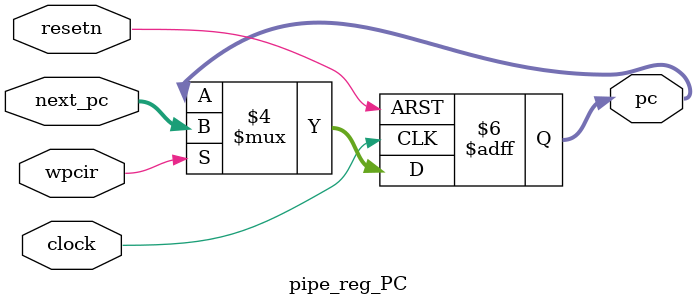
<source format=v>
`default_nettype none

module pipe_reg_PC(
    input [31: 0] next_pc, 
    input wpcir, 
    input clock, 
    input resetn,
     
    output reg [31: 0] pc
);
    // PC 寄存器模块。由原来的 dff32 修改而来。

    always @ (negedge resetn or posedge clock)
    begin
        if (resetn == 0) 
            pc <= -4;
        else if (wpcir != 0)
            pc <= next_pc;
    end

endmodule
</source>
